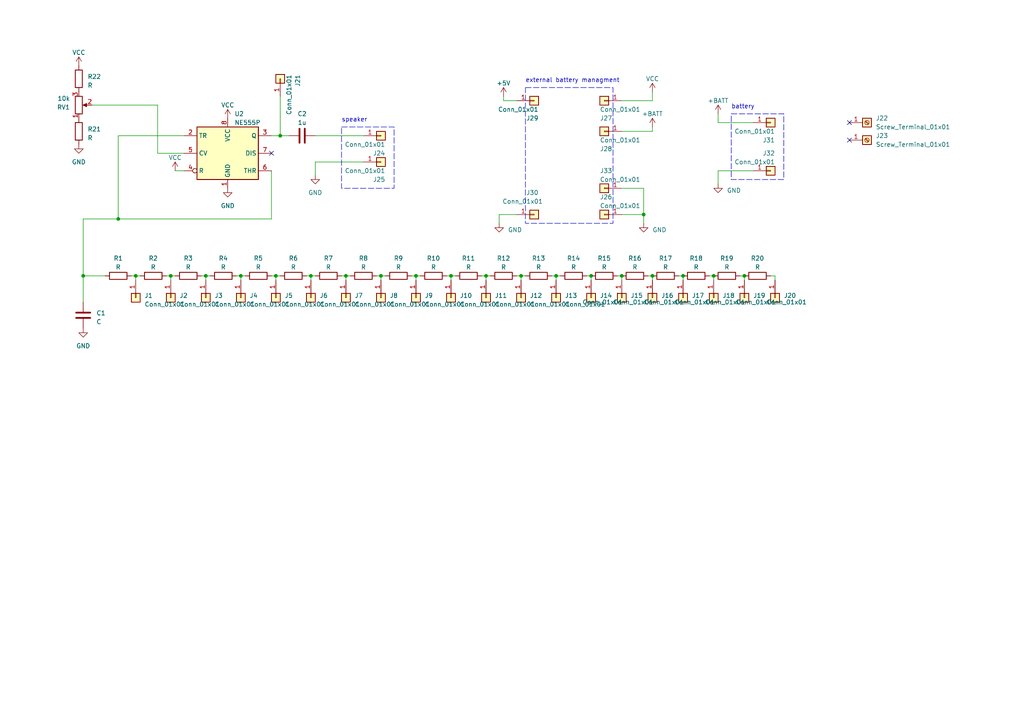
<source format=kicad_sch>
(kicad_sch (version 20230121) (generator eeschema)
  (paper "A4")
  (lib_symbols
    (symbol "Connector:Screw_Terminal_01x01" (pin_names (offset 1.016) hide)
      (property "Reference" "J" (at 0 2.54 0))
      (property "Value" "Screw_Terminal_01x01" (at 0 -2.54 0))
      (symbol "Screw_Terminal_01x01_1_1"
        (rectangle (start -1.27 1.27) (end 1.27 -1.27) (stroke (width 0.254)) (fill (type background)))
        (polyline (pts (xy -0.5334 0.3302) (xy 0.3302 -0.508)) (stroke (width 0.1524)))
        (polyline (pts (xy -0.3556 0.508) (xy 0.508 -0.3302)) (stroke (width 0.1524)))
        (circle (center 0 0) (radius 0.635) (stroke (width 0.1524)))
        (pin passive line (at -5.08 0 0) (length 3.81) (name "Pin_1") (number "1"))
      )
    )
    (symbol "Connector_Generic:Conn_01x01" (pin_names (offset 1.016) hide)
      (property "Reference" "J" (at 0 2.54 0))
      (property "Value" "Conn_01x01" (at 0 -2.54 0))
      (symbol "Conn_01x01_1_1"
        (rectangle (start -1.27 0.127) (end 0 -0.127) (stroke (width 0.1524)))
        (rectangle (start -1.27 1.27) (end 1.27 -1.27) (stroke (width 0.254)) (fill (type background)))
        (pin passive line (at -5.08 0 0) (length 3.81) (name "Pin_1") (number "1"))
      )
    )
    (symbol "Device:C" (pin_numbers hide) (pin_names (offset 0.254))
      (property "Reference" "C" (at 0.635 2.54 0))
      (property "Value" "C" (at 0.635 -2.54 0))
      (symbol "C_0_1"
        (polyline (pts (xy -2.032 -0.762) (xy 2.032 -0.762)) (stroke (width 0.508)))
        (polyline (pts (xy -2.032 0.762) (xy 2.032 0.762)) (stroke (width 0.508)))
      )
      (symbol "C_1_1"
        (pin passive line (at 0 3.81 270) (length 2.794) (name "~") (number "1"))
        (pin passive line (at 0 -3.81 90) (length 2.794) (name "~") (number "2"))
      )
    )
    (symbol "Device:R" (pin_numbers hide) (pin_names (offset 0))
      (property "Reference" "R" (at 2.032 0 90))
      (property "Value" "R" (at 0 0 90))
      (symbol "R_0_1"
        (rectangle (start -1.016 -2.54) (end 1.016 2.54) (stroke (width 0.254)))
      )
      (symbol "R_1_1"
        (pin passive line (at 0 3.81 270) (length 1.27) (name "~") (number "1"))
        (pin passive line (at 0 -3.81 90) (length 1.27) (name "~") (number "2"))
      )
    )
    (symbol "Device:R_Potentiometer" (pin_names (offset 1.016) hide)
      (property "Reference" "RV" (at -4.445 0 90))
      (property "Value" "R_Potentiometer" (at -2.54 0 90))
      (symbol "R_Potentiometer_0_1"
        (polyline (pts (xy 2.54 0) (xy 1.524 0)))
        (polyline (pts (xy 1.143 0) (xy 2.286 0.508) (xy 2.286 -0.508) (xy 1.143 0)) (fill (type outline)))
        (rectangle (start 1.016 2.54) (end -1.016 -2.54) (stroke (width 0.254)))
      )
      (symbol "R_Potentiometer_1_1"
        (pin passive line (at 0 3.81 270) (length 1.27) (name "1") (number "1"))
        (pin passive line (at 3.81 0 180) (length 1.27) (name "2") (number "2"))
        (pin passive line (at 0 -3.81 90) (length 1.27) (name "3") (number "3"))
      )
    )
    (symbol "Timer:NE555P"
      (property "Reference" "U" (at -10.16 8.89 0))
      (property "Value" "NE555P" (at 2.54 8.89 0))
      (symbol "NE555P_0_0"
        (pin power_in line (at 0 -10.16 90) (length 2.54) (name "GND") (number "1"))
        (pin power_in line (at 0 10.16 270) (length 2.54) (name "VCC") (number "8"))
      )
      (symbol "NE555P_0_1"
        (rectangle (start -8.89 -7.62) (end 8.89 7.62) (stroke (width 0.254)) (fill (type background)))
        (rectangle (start -8.89 -7.62) (end 8.89 7.62) (stroke (width 0.254)) (fill (type background)))
      )
      (symbol "NE555P_1_1"
        (pin input line (at -12.7 5.08 0) (length 3.81) (name "TR") (number "2"))
        (pin output line (at 12.7 5.08 180) (length 3.81) (name "Q") (number "3"))
        (pin input inverted (at -12.7 -5.08 0) (length 3.81) (name "R") (number "4"))
        (pin input line (at -12.7 0 0) (length 3.81) (name "CV") (number "5"))
        (pin input line (at 12.7 -5.08 180) (length 3.81) (name "THR") (number "6"))
        (pin input line (at 12.7 0 180) (length 3.81) (name "DIS") (number "7"))
      )
    )
    (symbol "power:+5V" (power) (pin_names (offset 0))
      (property "Value" "+5V" (at 0 3.556 0))
      (symbol "+5V_0_1"
        (polyline (pts (xy -0.762 1.27) (xy 0 2.54)))
        (polyline (pts (xy 0 0) (xy 0 2.54)))
        (polyline (pts (xy 0 2.54) (xy 0.762 1.27)))
      )
      (symbol "+5V_1_1"
        (pin power_in line (at 0 0 90) (length 0) hide (name "+5V") (number "1"))
      )
    )
    (symbol "power:+BATT" (power) (pin_names (offset 0))
      (property "Value" "+BATT" (at 0 3.556 0))
      (symbol "+BATT_0_1"
        (polyline (pts (xy -0.762 1.27) (xy 0 2.54)))
        (polyline (pts (xy 0 0) (xy 0 2.54)))
        (polyline (pts (xy 0 2.54) (xy 0.762 1.27)))
      )
      (symbol "+BATT_1_1"
        (pin power_in line (at 0 0 90) (length 0) hide (name "+BATT") (number "1"))
      )
    )
    (symbol "power:GND" (power) (pin_names (offset 0))
      (property "Value" "GND" (at 0 -3.81 0))
      (symbol "GND_0_1"
        (polyline (pts (xy 0 0) (xy 0 -1.27) (xy 1.27 -1.27) (xy 0 -2.54) (xy -1.27 -1.27) (xy 0 -1.27)))
      )
      (symbol "GND_1_1"
        (pin power_in line (at 0 0 270) (length 0) hide (name "GND") (number "1"))
      )
    )
    (symbol "power:VCC" (power) (pin_names (offset 0))
      (property "Value" "VCC" (at 0 3.81 0))
      (symbol "VCC_0_1"
        (polyline (pts (xy -0.762 1.27) (xy 0 2.54)))
        (polyline (pts (xy 0 0) (xy 0 2.54)))
        (polyline (pts (xy 0 2.54) (xy 0.762 1.27)))
      )
      (symbol "VCC_1_1"
        (pin power_in line (at 0 0 90) (length 0) hide (name "VCC") (number "1"))
      )
    )
  )
  (junction (at 80.01 80.01))
  (junction (at 49.53 80.01))
  (junction (at 39.37 80.01))
  (junction (at 180.34 80.01))
  (junction (at 59.69 80.01))
  (junction (at 130.81 80.01))
  (junction (at 151.13 80.01))
  (junction (at 161.29 80.01))
  (junction (at 207.01 80.01))
  (junction (at 100.33 80.01))
  (junction (at 34.29 63.5))
  (junction (at 90.17 80.01))
  (junction (at 215.9 80.01))
  (junction (at 120.65 80.01))
  (junction (at 171.45 80.01))
  (junction (at 81.28 39.37))
  (junction (at 189.23 80.01))
  (junction (at 140.97 80.01))
  (junction (at 186.69 62.23))
  (junction (at 198.12 80.01))
  (junction (at 69.85 80.01))
  (junction (at 110.49 80.01))
  (junction (at 24.13 80.01))
  (no_connect (at 78.74 44.45))
  (no_connect (at 246.38 40.64))
  (no_connect (at 246.38 35.56))
  (wire (pts (xy 80.01 80.01) (xy 80.01 81.28)))
  (wire (pts (xy 149.86 80.01) (xy 151.13 80.01)))
  (wire (pts (xy 208.28 35.56) (xy 218.44 35.56)))
  (wire (pts (xy 130.81 80.01) (xy 132.08 80.01)))
  (wire (pts (xy 91.44 39.37) (xy 105.41 39.37)))
  (wire (pts (xy 78.74 39.37) (xy 81.28 39.37)))
  (wire (pts (xy 144.78 64.77) (xy 144.78 62.23)))
  (wire (pts (xy 144.78 62.23) (xy 149.86 62.23)))
  (wire (pts (xy 160.02 80.01) (xy 161.29 80.01)))
  (wire (pts (xy 215.9 80.01) (xy 215.9 81.28)))
  (wire (pts (xy 189.23 80.01) (xy 189.23 81.28)))
  (wire (pts (xy 81.28 27.94) (xy 81.28 39.37)))
  (wire (pts (xy 146.05 27.94) (xy 146.05 29.21)))
  (wire (pts (xy 80.01 80.01) (xy 81.28 80.01)))
  (wire (pts (xy 130.81 80.01) (xy 130.81 81.28)))
  (wire (pts (xy 198.12 80.01) (xy 198.12 81.28)))
  (wire (pts (xy 140.97 80.01) (xy 142.24 80.01)))
  (wire (pts (xy 34.29 63.5) (xy 78.74 63.5)))
  (wire (pts (xy 119.38 80.01) (xy 120.65 80.01)))
  (wire (pts (xy 208.28 53.34) (xy 208.28 49.53)))
  (wire (pts (xy 90.17 80.01) (xy 91.44 80.01)))
  (wire (pts (xy 151.13 80.01) (xy 151.13 81.28)))
  (wire (pts (xy 170.18 80.01) (xy 171.45 80.01)))
  (wire (pts (xy 196.85 80.01) (xy 198.12 80.01)))
  (wire (pts (xy 223.52 80.01) (xy 224.79 80.01)))
  (wire (pts (xy 129.54 80.01) (xy 130.81 80.01)))
  (wire (pts (xy 120.65 80.01) (xy 120.65 81.28)))
  (wire (pts (xy 208.28 33.02) (xy 208.28 35.56)))
  (wire (pts (xy 34.29 63.5) (xy 24.13 63.5)))
  (wire (pts (xy 38.1 80.01) (xy 39.37 80.01)))
  (wire (pts (xy 88.9 80.01) (xy 90.17 80.01)))
  (wire (pts (xy 58.42 80.01) (xy 59.69 80.01)))
  (wire (pts (xy 59.69 80.01) (xy 59.69 81.28)))
  (wire (pts (xy 49.53 80.01) (xy 49.53 81.28)))
  (wire (pts (xy 120.65 80.01) (xy 121.92 80.01)))
  (wire (pts (xy 187.96 80.01) (xy 189.23 80.01)))
  (wire (pts (xy 24.13 80.01) (xy 24.13 63.5)))
  (wire (pts (xy 171.45 80.01) (xy 171.45 81.28)))
  (wire (pts (xy 180.34 38.1) (xy 189.23 38.1)))
  (wire (pts (xy 91.44 46.99) (xy 105.41 46.99)))
  (wire (pts (xy 180.34 54.61) (xy 186.69 54.61)))
  (wire (pts (xy 189.23 29.21) (xy 189.23 26.67)))
  (wire (pts (xy 109.22 80.01) (xy 110.49 80.01)))
  (wire (pts (xy 34.29 39.37) (xy 53.34 39.37)))
  (wire (pts (xy 24.13 80.01) (xy 24.13 87.63)))
  (wire (pts (xy 34.29 39.37) (xy 34.29 63.5)))
  (wire (pts (xy 100.33 80.01) (xy 101.6 80.01)))
  (wire (pts (xy 81.28 39.37) (xy 83.82 39.37)))
  (wire (pts (xy 39.37 80.01) (xy 40.64 80.01)))
  (wire (pts (xy 110.49 80.01) (xy 110.49 81.28)))
  (wire (pts (xy 146.05 29.21) (xy 149.86 29.21)))
  (wire (pts (xy 186.69 62.23) (xy 186.69 64.77)))
  (wire (pts (xy 30.48 80.01) (xy 24.13 80.01)))
  (wire (pts (xy 208.28 49.53) (xy 218.44 49.53)))
  (wire (pts (xy 224.79 80.01) (xy 224.79 81.28)))
  (wire (pts (xy 45.72 44.45) (xy 53.34 44.45)))
  (wire (pts (xy 68.58 80.01) (xy 69.85 80.01)))
  (wire (pts (xy 189.23 38.1) (xy 189.23 36.83)))
  (wire (pts (xy 100.33 80.01) (xy 100.33 81.28)))
  (wire (pts (xy 50.8 49.53) (xy 53.34 49.53)))
  (wire (pts (xy 205.74 80.01) (xy 207.01 80.01)))
  (wire (pts (xy 59.69 80.01) (xy 60.96 80.01)))
  (wire (pts (xy 78.74 80.01) (xy 80.01 80.01)))
  (wire (pts (xy 180.34 62.23) (xy 186.69 62.23)))
  (wire (pts (xy 140.97 80.01) (xy 140.97 81.28)))
  (wire (pts (xy 78.74 49.53) (xy 78.74 63.5)))
  (wire (pts (xy 161.29 80.01) (xy 162.56 80.01)))
  (wire (pts (xy 180.34 29.21) (xy 189.23 29.21)))
  (wire (pts (xy 186.69 54.61) (xy 186.69 62.23)))
  (wire (pts (xy 139.7 80.01) (xy 140.97 80.01)))
  (wire (pts (xy 48.26 80.01) (xy 49.53 80.01)))
  (wire (pts (xy 110.49 80.01) (xy 111.76 80.01)))
  (wire (pts (xy 26.67 30.48) (xy 45.72 30.48)))
  (wire (pts (xy 214.63 80.01) (xy 215.9 80.01)))
  (wire (pts (xy 179.07 80.01) (xy 180.34 80.01)))
  (wire (pts (xy 91.44 46.99) (xy 91.44 50.8)))
  (wire (pts (xy 151.13 80.01) (xy 152.4 80.01)))
  (wire (pts (xy 99.06 80.01) (xy 100.33 80.01)))
  (wire (pts (xy 90.17 80.01) (xy 90.17 81.28)))
  (wire (pts (xy 161.29 80.01) (xy 161.29 81.28)))
  (wire (pts (xy 69.85 80.01) (xy 69.85 81.28)))
  (wire (pts (xy 39.37 80.01) (xy 39.37 81.28)))
  (wire (pts (xy 69.85 80.01) (xy 71.12 80.01)))
  (wire (pts (xy 180.34 80.01) (xy 180.34 81.28)))
  (wire (pts (xy 45.72 30.48) (xy 45.72 44.45)))
  (wire (pts (xy 49.53 80.01) (xy 50.8 80.01)))
  (wire (pts (xy 207.01 80.01) (xy 207.01 81.28)))
  (rectangle (start 212.09 33.02) (end 227.33 52.07) (stroke (width 0) (type dash)))
  (rectangle (start 152.4 25.4) (end 177.8 64.77) (stroke (width 0) (type dash)))
  (rectangle (start 99.06 36.83) (end 114.3 54.61) (stroke (width 0) (type dash)))
  (text "battery" (at 212.09 31.75 0) (effects (font (size 1.27 1.27)) (justify left bottom)))
  (text "speaker" (at 99.06 35.56 0) (effects (font (size 1.27 1.27)) (justify left bottom)))
  (text "external battery managment" (at 152.4 24.13 0) (effects (font (size 1.27 1.27)) (justify left bottom)))
  (symbol (lib_id "Connector_Generic:Conn_01x01") (at 224.79 86.36 270) (unit 1)
    (property "Reference" "J20" (at 227.33 85.725 90) (effects (justify left)))
    (property "Value" "Conn_01x01" (at 222.25 87.63 90) (effects (justify left)))
    (property "Footprint" "TestPoint:TestPoint_Pad_D1.0mm" (effects hide))
  )
  (symbol (lib_id "Connector_Generic:Conn_01x01") (at 140.97 86.36 270) (unit 1)
    (property "Reference" "J11" (at 143.51 85.725 90) (effects (justify left)))
    (property "Value" "Conn_01x01" (at 143.51 88.265 90) (effects (justify left)))
    (property "Footprint" "TestPoint:TestPoint_Pad_D1.0mm" (effects hide))
  )
  (symbol (lib_id "power:VCC") (at 66.04 34.29 0) (unit 1)
    (property "Reference" "#PWR05" (effects hide))
    (property "Value" "VCC" (at 66.04 30.48 0))
  )
  (symbol (lib_id "Connector_Generic:Conn_01x01") (at 90.17 86.36 270) (unit 1)
    (property "Reference" "J6" (at 92.71 85.725 90) (effects (justify left)))
    (property "Value" "Conn_01x01" (at 92.71 88.265 90) (effects (justify left)))
    (property "Footprint" "TestPoint:TestPoint_Pad_D1.0mm" (effects hide))
  )
  (symbol (lib_id "Timer:NE555P") (at 66.04 44.45 0) (unit 1)
    (property "Reference" "U2" (at 67.9959 33.02 0) (effects (justify left)))
    (property "Value" "NE555P" (at 67.9959 35.56 0) (effects (justify left)))
    (property "Footprint" "Package_DIP:DIP-8_W7.62mm" (effects hide))
    (property "Datasheet" "http://www.ti.com/lit/ds/symlink/ne555.pdf" (effects hide))
  )
  (symbol (lib_id "Device:R") (at 201.93 80.01 90) (unit 1)
    (property "Reference" "R18" (at 201.93 74.93 90))
    (property "Value" "R" (at 201.93 77.47 90))
    (property "Footprint" "Resistor_THT:R_Axial_DIN0207_L6.3mm_D2.5mm_P10.16mm_Horizontal" (effects hide))
  )
  (symbol (lib_id "Device:R") (at 22.86 38.1 180) (unit 1)
    (property "Reference" "R21" (at 25.4 37.465 0) (effects (justify right)))
    (property "Value" "R" (at 25.4 40.005 0) (effects (justify right)))
    (property "Footprint" "Resistor_THT:R_Axial_DIN0207_L6.3mm_D2.5mm_P10.16mm_Horizontal" (effects hide))
  )
  (symbol (lib_id "Connector_Generic:Conn_01x01") (at 59.69 86.36 270) (unit 1)
    (property "Reference" "J3" (at 62.23 85.725 90) (effects (justify left)))
    (property "Value" "Conn_01x01" (at 62.23 88.265 90) (effects (justify left)))
    (property "Footprint" "TestPoint:TestPoint_Pad_D1.0mm" (effects hide))
  )
  (symbol (lib_id "Device:R") (at 64.77 80.01 90) (unit 1)
    (property "Reference" "R4" (at 64.77 74.93 90))
    (property "Value" "R" (at 64.77 77.47 90))
    (property "Footprint" "Resistor_THT:R_Axial_DIN0207_L6.3mm_D2.5mm_P10.16mm_Horizontal" (effects hide))
  )
  (symbol (lib_id "Connector_Generic:Conn_01x01") (at 39.37 86.36 270) (unit 1)
    (property "Reference" "J1" (at 41.91 85.725 90) (effects (justify left)))
    (property "Value" "Conn_01x01" (at 41.91 88.265 90) (effects (justify left)))
    (property "Footprint" "TestPoint:TestPoint_Pad_D1.0mm" (effects hide))
  )
  (symbol (lib_id "power:+BATT") (at 208.28 33.02 0) (mirror y) (unit 1)
    (property "Reference" "#PWR014" (effects hide))
    (property "Value" "+BATT" (at 208.28 29.21 0))
  )
  (symbol (lib_id "Device:R") (at 166.37 80.01 90) (unit 1)
    (property "Reference" "R14" (at 166.37 74.93 90))
    (property "Value" "R" (at 166.37 77.47 90))
    (property "Footprint" "Resistor_THT:R_Axial_DIN0207_L6.3mm_D2.5mm_P10.16mm_Horizontal" (effects hide))
  )
  (symbol (lib_id "Device:R") (at 74.93 80.01 90) (unit 1)
    (property "Reference" "R5" (at 74.93 74.93 90))
    (property "Value" "R" (at 74.93 77.47 90))
    (property "Footprint" "Resistor_THT:R_Axial_DIN0207_L6.3mm_D2.5mm_P10.16mm_Horizontal" (effects hide))
  )
  (symbol (lib_id "power:GND") (at 144.78 64.77 0) (unit 1)
    (property "Reference" "#PWR013" (effects hide))
    (property "Value" "GND" (at 147.32 66.675 0) (effects (justify left)))
  )
  (symbol (lib_id "Device:R") (at 146.05 80.01 90) (unit 1)
    (property "Reference" "R12" (at 146.05 74.93 90))
    (property "Value" "R" (at 146.05 77.47 90))
    (property "Footprint" "Resistor_THT:R_Axial_DIN0207_L6.3mm_D2.5mm_P10.16mm_Horizontal" (effects hide))
  )
  (symbol (lib_id "power:GND") (at 91.44 50.8 0) (unit 1)
    (property "Reference" "#PWR04" (effects hide))
    (property "Value" "GND" (at 91.44 55.88 0))
  )
  (symbol (lib_id "Device:R") (at 105.41 80.01 90) (unit 1)
    (property "Reference" "R8" (at 105.41 74.93 90))
    (property "Value" "R" (at 105.41 77.47 90))
    (property "Footprint" "Resistor_THT:R_Axial_DIN0207_L6.3mm_D2.5mm_P10.16mm_Horizontal" (effects hide))
  )
  (symbol (lib_id "power:VCC") (at 189.23 26.67 0) (unit 1)
    (property "Reference" "#PWR09" (effects hide))
    (property "Value" "VCC" (at 189.23 22.86 0))
  )
  (symbol (lib_id "Connector_Generic:Conn_01x01") (at 81.28 22.86 90) (unit 1)
    (property "Reference" "J21" (at 86.36 21.59 0) (effects (justify right)))
    (property "Value" "Conn_01x01" (at 83.82 21.59 0) (effects (justify right)))
    (property "Footprint" "TestPoint:TestPoint_Pad_D1.0mm" (effects hide))
  )
  (symbol (lib_id "Device:R") (at 210.82 80.01 90) (unit 1)
    (property "Reference" "R19" (at 210.82 74.93 90))
    (property "Value" "R" (at 210.82 77.47 90))
    (property "Footprint" "Resistor_THT:R_Axial_DIN0207_L6.3mm_D2.5mm_P10.16mm_Horizontal" (effects hide))
  )
  (symbol (lib_id "Device:R") (at 184.15 80.01 90) (unit 1)
    (property "Reference" "R16" (at 184.15 74.93 90))
    (property "Value" "R" (at 184.15 77.47 90))
    (property "Footprint" "Resistor_THT:R_Axial_DIN0207_L6.3mm_D2.5mm_P10.16mm_Horizontal" (effects hide))
  )
  (symbol (lib_id "Device:C") (at 24.13 91.44 0) (unit 1)
    (property "Reference" "C1" (at 27.94 90.805 0) (effects (justify left)))
    (property "Value" "C" (at 27.94 93.345 0) (effects (justify left)))
    (property "Footprint" "Capacitor_THT:C_Rect_L9.0mm_W2.5mm_P7.50mm_MKT" (effects hide))
  )
  (symbol (lib_id "power:GND") (at 208.28 53.34 0) (unit 1)
    (property "Reference" "#PWR015" (effects hide))
    (property "Value" "GND" (at 210.82 55.245 0) (effects (justify left)))
  )
  (symbol (lib_id "Connector_Generic:Conn_01x01") (at 223.52 49.53 0) (mirror x) (unit 1)
    (property "Reference" "J32" (at 224.79 44.45 0) (effects (justify right)))
    (property "Value" "Conn_01x01" (at 224.79 46.99 0) (effects (justify right)))
    (property "Footprint" "TestPoint:TestPoint_THTPad_2.5x2.5mm_Drill1.2mm" (effects hide))
  )
  (symbol (lib_id "Connector_Generic:Conn_01x01") (at 151.13 86.36 270) (unit 1)
    (property "Reference" "J12" (at 153.67 85.725 90) (effects (justify left)))
    (property "Value" "Conn_01x01" (at 153.67 88.265 90) (effects (justify left)))
    (property "Footprint" "TestPoint:TestPoint_Pad_D1.0mm" (effects hide))
  )
  (symbol (lib_id "Connector_Generic:Conn_01x01") (at 100.33 86.36 270) (unit 1)
    (property "Reference" "J7" (at 102.87 85.725 90) (effects (justify left)))
    (property "Value" "Conn_01x01" (at 102.87 88.265 90) (effects (justify left)))
    (property "Footprint" "TestPoint:TestPoint_Pad_D1.0mm" (effects hide))
  )
  (symbol (lib_id "power:+BATT") (at 189.23 36.83 0) (unit 1)
    (property "Reference" "#PWR011" (effects hide))
    (property "Value" "+BATT" (at 189.23 33.02 0))
  )
  (symbol (lib_id "Connector_Generic:Conn_01x01") (at 171.45 86.36 270) (unit 1)
    (property "Reference" "J14" (at 173.99 85.725 90) (effects (justify left)))
    (property "Value" "Conn_01x01" (at 168.91 87.63 90) (effects (justify left)))
    (property "Footprint" "TestPoint:TestPoint_Pad_D1.0mm" (effects hide))
  )
  (symbol (lib_id "Device:R") (at 175.26 80.01 90) (unit 1)
    (property "Reference" "R15" (at 175.26 74.93 90))
    (property "Value" "R" (at 175.26 77.47 90))
    (property "Footprint" "Resistor_THT:R_Axial_DIN0207_L6.3mm_D2.5mm_P10.16mm_Horizontal" (effects hide))
  )
  (symbol (lib_id "Connector_Generic:Conn_01x01") (at 110.49 86.36 270) (unit 1)
    (property "Reference" "J8" (at 113.03 85.725 90) (effects (justify left)))
    (property "Value" "Conn_01x01" (at 113.03 88.265 90) (effects (justify left)))
    (property "Footprint" "TestPoint:TestPoint_Pad_D1.0mm" (effects hide))
  )
  (symbol (lib_id "Device:R") (at 156.21 80.01 90) (unit 1)
    (property "Reference" "R13" (at 156.21 74.93 90))
    (property "Value" "R" (at 156.21 77.47 90))
    (property "Footprint" "Resistor_THT:R_Axial_DIN0207_L6.3mm_D2.5mm_P10.16mm_Horizontal" (effects hide))
  )
  (symbol (lib_id "Connector_Generic:Conn_01x01") (at 175.26 54.61 180) (unit 1)
    (property "Reference" "J33" (at 173.99 49.53 0) (effects (justify right)))
    (property "Value" "Conn_01x01" (at 173.99 52.07 0) (effects (justify right)))
    (property "Footprint" "TestPoint:TestPoint_THTPad_2.5x2.5mm_Drill1.2mm" (effects hide))
  )
  (symbol (lib_id "Connector_Generic:Conn_01x01") (at 175.26 29.21 180) (unit 1)
    (property "Reference" "J27" (at 173.99 34.29 0) (effects (justify right)))
    (property "Value" "Conn_01x01" (at 173.99 31.75 0) (effects (justify right)))
    (property "Footprint" "TestPoint:TestPoint_THTPad_2.5x2.5mm_Drill1.2mm" (effects hide))
  )
  (symbol (lib_id "Connector_Generic:Conn_01x01") (at 161.29 86.36 270) (unit 1)
    (property "Reference" "J13" (at 163.83 85.725 90) (effects (justify left)))
    (property "Value" "Conn_01x01" (at 163.83 88.265 90) (effects (justify left)))
    (property "Footprint" "TestPoint:TestPoint_Pad_D1.0mm" (effects hide))
  )
  (symbol (lib_id "Connector_Generic:Conn_01x01") (at 130.81 86.36 270) (unit 1)
    (property "Reference" "J10" (at 133.35 85.725 90) (effects (justify left)))
    (property "Value" "Conn_01x01" (at 133.35 88.265 90) (effects (justify left)))
    (property "Footprint" "TestPoint:TestPoint_Pad_D1.0mm" (effects hide))
  )
  (symbol (lib_id "Device:R") (at 85.09 80.01 90) (unit 1)
    (property "Reference" "R6" (at 85.09 74.93 90))
    (property "Value" "R" (at 85.09 77.47 90))
    (property "Footprint" "Resistor_THT:R_Axial_DIN0207_L6.3mm_D2.5mm_P10.16mm_Horizontal" (effects hide))
  )
  (symbol (lib_id "Connector_Generic:Conn_01x01") (at 180.34 86.36 270) (unit 1)
    (property "Reference" "J15" (at 182.88 85.725 90) (effects (justify left)))
    (property "Value" "Conn_01x01" (at 177.8 87.63 90) (effects (justify left)))
    (property "Footprint" "TestPoint:TestPoint_Pad_D1.0mm" (effects hide))
  )
  (symbol (lib_id "Device:R") (at 95.25 80.01 90) (unit 1)
    (property "Reference" "R7" (at 95.25 74.93 90))
    (property "Value" "R" (at 95.25 77.47 90))
    (property "Footprint" "Resistor_THT:R_Axial_DIN0207_L6.3mm_D2.5mm_P10.16mm_Horizontal" (effects hide))
  )
  (symbol (lib_id "power:+5V") (at 146.05 27.94 0) (unit 1)
    (property "Reference" "#PWR012" (effects hide))
    (property "Value" "+5V" (at 146.05 24.13 0))
  )
  (symbol (lib_id "Connector:Screw_Terminal_01x01") (at 251.46 35.56 0) (unit 1)
    (property "Reference" "J22" (at 254 34.29 0) (effects (justify left)))
    (property "Value" "Screw_Terminal_01x01" (at 254 36.83 0) (effects (justify left)))
    (property "Footprint" "MountingHole:MountingHole_4.3mm_M4_ISO14580_Pad" (effects hide))
  )
  (symbol (lib_id "Device:R") (at 219.71 80.01 90) (unit 1)
    (property "Reference" "R20" (at 219.71 74.93 90))
    (property "Value" "R" (at 219.71 77.47 90))
    (property "Footprint" "Resistor_THT:R_Axial_DIN0207_L6.3mm_D2.5mm_P10.16mm_Horizontal" (effects hide))
  )
  (symbol (lib_id "power:GND") (at 24.13 95.25 0) (unit 1)
    (property "Reference" "#PWR03" (effects hide))
    (property "Value" "GND" (at 24.13 100.33 0))
  )
  (symbol (lib_id "Connector_Generic:Conn_01x01") (at 215.9 86.36 270) (unit 1)
    (property "Reference" "J19" (at 218.44 85.725 90) (effects (justify left)))
    (property "Value" "Conn_01x01" (at 213.36 87.63 90) (effects (justify left)))
    (property "Footprint" "TestPoint:TestPoint_Pad_D1.0mm" (effects hide))
  )
  (symbol (lib_id "Connector_Generic:Conn_01x01") (at 154.94 29.21 0) (unit 1)
    (property "Reference" "J29" (at 156.21 34.29 0) (effects (justify right)))
    (property "Value" "Conn_01x01" (at 156.21 31.75 0) (effects (justify right)))
    (property "Footprint" "TestPoint:TestPoint_THTPad_2.5x2.5mm_Drill1.2mm" (effects hide))
  )
  (symbol (lib_id "Device:R") (at 115.57 80.01 90) (unit 1)
    (property "Reference" "R9" (at 115.57 74.93 90))
    (property "Value" "R" (at 115.57 77.47 90))
    (property "Footprint" "Resistor_THT:R_Axial_DIN0207_L6.3mm_D2.5mm_P10.16mm_Horizontal" (effects hide))
  )
  (symbol (lib_id "Device:R_Potentiometer") (at 22.86 30.48 0) (mirror x) (unit 1)
    (property "Reference" "RV1" (at 20.32 31.115 0) (effects (justify right)))
    (property "Value" "10k" (at 20.32 28.575 0) (effects (justify right)))
    (property "Footprint" "Potentiometer_THT:Potentiometer_ACP_CA9-V10_Vertical" (effects hide))
  )
  (symbol (lib_id "power:GND") (at 66.04 54.61 0) (unit 1)
    (property "Reference" "#PWR01" (effects hide))
    (property "Value" "GND" (at 66.04 59.69 0))
  )
  (symbol (lib_id "Device:C") (at 87.63 39.37 90) (unit 1)
    (property "Reference" "C2" (at 87.63 33.02 90))
    (property "Value" "1u" (at 87.63 35.56 90))
    (property "Footprint" "Capacitor_THT:C_Rect_L9.0mm_W2.5mm_P7.50mm_MKT" (effects hide))
  )
  (symbol (lib_id "Device:R") (at 44.45 80.01 90) (unit 1)
    (property "Reference" "R2" (at 44.45 74.93 90))
    (property "Value" "R" (at 44.45 77.47 90))
    (property "Footprint" "Resistor_THT:R_Axial_DIN0207_L6.3mm_D2.5mm_P10.16mm_Horizontal" (effects hide))
  )
  (symbol (lib_id "Device:R") (at 193.04 80.01 90) (unit 1)
    (property "Reference" "R17" (at 193.04 74.93 90))
    (property "Value" "R" (at 193.04 77.47 90))
    (property "Footprint" "Resistor_THT:R_Axial_DIN0207_L6.3mm_D2.5mm_P10.16mm_Horizontal" (effects hide))
  )
  (symbol (lib_id "Connector_Generic:Conn_01x01") (at 69.85 86.36 270) (unit 1)
    (property "Reference" "J4" (at 72.39 85.725 90) (effects (justify left)))
    (property "Value" "Conn_01x01" (at 72.39 88.265 90) (effects (justify left)))
    (property "Footprint" "TestPoint:TestPoint_Pad_D1.0mm" (effects hide))
  )
  (symbol (lib_id "Connector_Generic:Conn_01x01") (at 189.23 86.36 270) (unit 1)
    (property "Reference" "J16" (at 191.77 85.725 90) (effects (justify left)))
    (property "Value" "Conn_01x01" (at 186.69 87.63 90) (effects (justify left)))
    (property "Footprint" "TestPoint:TestPoint_Pad_D1.0mm" (effects hide))
  )
  (symbol (lib_id "Connector:Screw_Terminal_01x01") (at 251.46 40.64 0) (unit 1)
    (property "Reference" "J23" (at 254 39.37 0) (effects (justify left)))
    (property "Value" "Screw_Terminal_01x01" (at 254 41.91 0) (effects (justify left)))
    (property "Footprint" "MountingHole:MountingHole_4.3mm_M4_ISO14580_Pad" (effects hide))
  )
  (symbol (lib_id "power:GND") (at 186.69 64.77 0) (unit 1)
    (property "Reference" "#PWR08" (effects hide))
    (property "Value" "GND" (at 189.23 66.675 0) (effects (justify left)))
  )
  (symbol (lib_id "Connector_Generic:Conn_01x01") (at 110.49 39.37 0) (mirror x) (unit 1)
    (property "Reference" "J24" (at 111.76 44.45 0) (effects (justify right)))
    (property "Value" "Conn_01x01" (at 111.76 41.91 0) (effects (justify right)))
    (property "Footprint" "TestPoint:TestPoint_THTPad_2.5x2.5mm_Drill1.2mm" (effects hide))
  )
  (symbol (lib_id "Connector_Generic:Conn_01x01") (at 120.65 86.36 270) (unit 1)
    (property "Reference" "J9" (at 123.19 85.725 90) (effects (justify left)))
    (property "Value" "Conn_01x01" (at 123.19 88.265 90) (effects (justify left)))
    (property "Footprint" "TestPoint:TestPoint_Pad_D1.0mm" (effects hide))
  )
  (symbol (lib_id "Connector_Generic:Conn_01x01") (at 110.49 46.99 0) (unit 1)
    (property "Reference" "J25" (at 111.76 52.07 0) (effects (justify right)))
    (property "Value" "Conn_01x01" (at 111.76 49.53 0) (effects (justify right)))
    (property "Footprint" "TestPoint:TestPoint_THTPad_2.5x2.5mm_Drill1.2mm" (effects hide))
  )
  (symbol (lib_id "Connector_Generic:Conn_01x01") (at 223.52 35.56 0) (mirror x) (unit 1)
    (property "Reference" "J31" (at 224.79 40.64 0) (effects (justify right)))
    (property "Value" "Conn_01x01" (at 224.79 38.1 0) (effects (justify right)))
    (property "Footprint" "TestPoint:TestPoint_THTPad_2.5x2.5mm_Drill1.2mm" (effects hide))
  )
  (symbol (lib_id "Connector_Generic:Conn_01x01") (at 175.26 38.1 180) (unit 1)
    (property "Reference" "J28" (at 173.99 43.18 0) (effects (justify right)))
    (property "Value" "Conn_01x01" (at 173.99 40.64 0) (effects (justify right)))
    (property "Footprint" "TestPoint:TestPoint_THTPad_2.5x2.5mm_Drill1.2mm" (effects hide))
  )
  (symbol (lib_id "power:VCC") (at 50.8 49.53 0) (unit 1)
    (property "Reference" "#PWR02" (effects hide))
    (property "Value" "VCC" (at 50.8 45.72 0))
  )
  (symbol (lib_id "Connector_Generic:Conn_01x01") (at 80.01 86.36 270) (unit 1)
    (property "Reference" "J5" (at 82.55 85.725 90) (effects (justify left)))
    (property "Value" "Conn_01x01" (at 82.55 88.265 90) (effects (justify left)))
    (property "Footprint" "TestPoint:TestPoint_Pad_D1.0mm" (effects hide))
  )
  (symbol (lib_id "Connector_Generic:Conn_01x01") (at 49.53 86.36 270) (unit 1)
    (property "Reference" "J2" (at 52.07 85.725 90) (effects (justify left)))
    (property "Value" "Conn_01x01" (at 52.07 88.265 90) (effects (justify left)))
    (property "Footprint" "TestPoint:TestPoint_Pad_D1.0mm" (effects hide))
  )
  (symbol (lib_id "Device:R") (at 125.73 80.01 90) (unit 1)
    (property "Reference" "R10" (at 125.73 74.93 90))
    (property "Value" "R" (at 125.73 77.47 90))
    (property "Footprint" "Resistor_THT:R_Axial_DIN0207_L6.3mm_D2.5mm_P10.16mm_Horizontal" (effects hide))
  )
  (symbol (lib_id "Device:R") (at 135.89 80.01 90) (unit 1)
    (property "Reference" "R11" (at 135.89 74.93 90))
    (property "Value" "R" (at 135.89 77.47 90))
    (property "Footprint" "Resistor_THT:R_Axial_DIN0207_L6.3mm_D2.5mm_P10.16mm_Horizontal" (effects hide))
  )
  (symbol (lib_id "power:GND") (at 22.86 41.91 0) (unit 1)
    (property "Reference" "#PWR07" (effects hide))
    (property "Value" "GND" (at 22.86 46.99 0))
  )
  (symbol (lib_id "Device:R") (at 34.29 80.01 90) (unit 1)
    (property "Reference" "R1" (at 34.29 74.93 90))
    (property "Value" "R" (at 34.29 77.47 90))
    (property "Footprint" "Resistor_THT:R_Axial_DIN0207_L6.3mm_D2.5mm_P10.16mm_Horizontal" (effects hide))
  )
  (symbol (lib_id "Connector_Generic:Conn_01x01") (at 198.12 86.36 270) (unit 1)
    (property "Reference" "J17" (at 200.66 85.725 90) (effects (justify left)))
    (property "Value" "Conn_01x01" (at 195.58 87.63 90) (effects (justify left)))
    (property "Footprint" "TestPoint:TestPoint_Pad_D1.0mm" (effects hide))
  )
  (symbol (lib_id "Connector_Generic:Conn_01x01") (at 154.94 62.23 0) (unit 1)
    (property "Reference" "J30" (at 156.21 55.88 0) (effects (justify right)))
    (property "Value" "Conn_01x01" (at 157.48 58.42 0) (effects (justify right)))
    (property "Footprint" "TestPoint:TestPoint_THTPad_2.5x2.5mm_Drill1.2mm" (effects hide))
  )
  (symbol (lib_id "Device:R") (at 22.86 22.86 180) (unit 1)
    (property "Reference" "R22" (at 25.4 22.225 0) (effects (justify right)))
    (property "Value" "R" (at 25.4 24.765 0) (effects (justify right)))
    (property "Footprint" "Resistor_THT:R_Axial_DIN0207_L6.3mm_D2.5mm_P10.16mm_Horizontal" (effects hide))
  )
  (symbol (lib_id "Connector_Generic:Conn_01x01") (at 207.01 86.36 270) (unit 1)
    (property "Reference" "J18" (at 209.55 85.725 90) (effects (justify left)))
    (property "Value" "Conn_01x01" (at 204.47 87.63 90) (effects (justify left)))
    (property "Footprint" "TestPoint:TestPoint_Pad_D1.0mm" (effects hide))
  )
  (symbol (lib_id "power:VCC") (at 22.86 19.05 0) (unit 1)
    (property "Reference" "#PWR06" (effects hide))
    (property "Value" "VCC" (at 22.86 15.24 0))
  )
  (symbol (lib_id "Device:R") (at 54.61 80.01 90) (unit 1)
    (property "Reference" "R3" (at 54.61 74.93 90))
    (property "Value" "R" (at 54.61 77.47 90))
    (property "Footprint" "Resistor_THT:R_Axial_DIN0207_L6.3mm_D2.5mm_P10.16mm_Horizontal" (effects hide))
  )
  (symbol (lib_id "Connector_Generic:Conn_01x01") (at 175.26 62.23 180) (unit 1)
    (property "Reference" "J26" (at 173.99 57.15 0) (effects (justify right)))
    (property "Value" "Conn_01x01" (at 173.99 59.69 0) (effects (justify right)))
    (property "Footprint" "TestPoint:TestPoint_THTPad_2.5x2.5mm_Drill1.2mm" (effects hide))
  )
)
</source>
